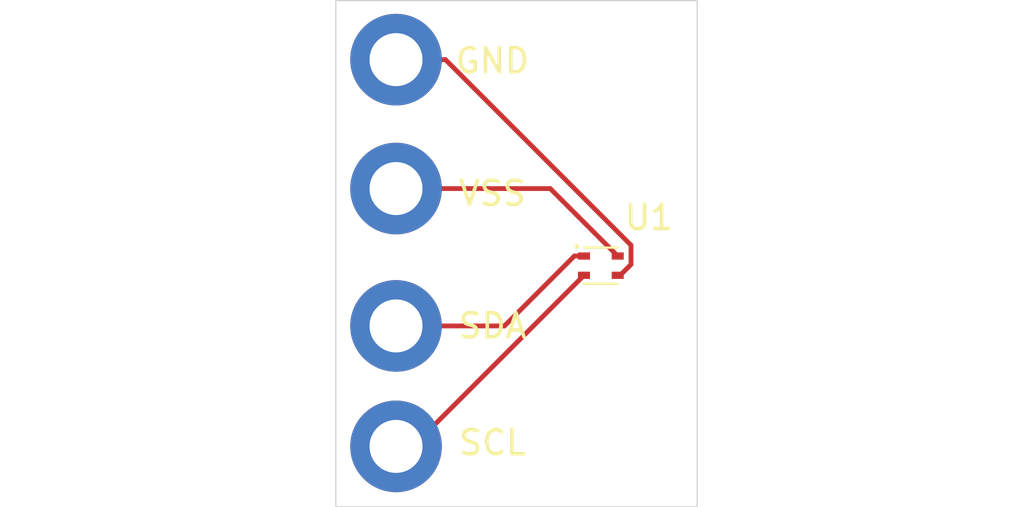
<source format=kicad_pcb>
(kicad_pcb (version 20241229) (generator "pcbnew") (generator_version "9.0")
  (layers (0 "F.Cu" signal) (2 "B.Cu" signal) (13 "F.Paste" user) (15 "B.Paste" user) (5 "F.SilkS" user "F.Silkscreen") (7 "B.SilkS" user "B.Silkscreen") (1 "F.Mask" user) (3 "B.Mask" user) (25 "Edge.Cuts" user))
  (net 0 "")
  (net 1 "Net-(U1-SCL)")
  (net 2 "Net-(U1-SDA)")
  (net 3 "GND")
  (net 4 "+3.3V")
  (footprint "SHT40-AD1B-R3:SHT4X" (layer "F.Cu") (at 131 105)
    (property "Reference" "U1" (at 2 -2 0) (layer "F.SilkS"))
    (property "Value" "SHT40-AD1B-R3")
    (fp_line (start -0.7 -0.75) (end 0.7 -0.75) (stroke (width 0.1)) (layer "F.SilkS"))
    (fp_line (start -0.7 0.75) (end 0.7 0.75) (stroke (width 0.1)) (layer "F.SilkS"))
    (fp_circle (center -1 -0.8) (end -0.95 -0.8) (stroke (width 0.1)) (fill no) (layer "F.SilkS"))
    (pad "1" smd rect (at -0.7 -0.4) (size 0.5 0.3) (layers "F.Cu" "F.Mask" "F.Paste") (net 2 "Net-(U1-SDA)"))
    (pad "2" smd rect (at -0.7 0.4) (size 0.5 0.3) (layers "F.Cu" "F.Mask" "F.Paste") (net 1 "Net-(U1-SCL)"))
    (pad "3" smd rect (at 0.7 0.4) (size 0.5 0.3) (layers "F.Cu" "F.Mask" "F.Paste") (net 3 "GND"))
    (pad "4" smd rect (at 0.7 -0.4) (size 0.5 0.3) (layers "F.Cu" "F.Mask" "F.Paste") (net 4 "+3.3V"))
  )
  (footprint "MountingHole:MountingHole_2.2mm_M2_DIN965_Pad" (layer "F.Cu") (at 122.5 112.5)
    (property "Reference" "SCL" (at 4 -0.15 0) (layer "F.SilkS"))
    (property "Value" "MountingHole_Pad")
    (pad "1" thru_hole circle (at 0 0) (size 3.8 3.8) (drill 2.2) (layers "*.Cu" "*.Mask") (net 1 "Net-(U1-SCL)"))
  )
  (footprint "MountingHole:MountingHole_2.2mm_M2_DIN965_Pad" (layer "F.Cu") (at 122.5 96.45)
    (property "Reference" "GND" (at 4 0.05 0) (layer "F.SilkS"))
    (property "Value" "MountingHole_Pad")
    (pad "1" thru_hole circle (at 0 0) (size 3.8 3.8) (drill 2.2) (layers "*.Cu" "*.Mask") (net 3 "GND"))
  )
  (footprint "MountingHole:MountingHole_2.2mm_M2_DIN965_Pad" (layer "F.Cu") (at 122.5 101.8)
    (property "Reference" "VSS" (at 4 0.2 0) (layer "F.SilkS"))
    (property "Value" "MountingHole_Pad")
    (pad "1" thru_hole circle (at 0 0) (size 3.8 3.8) (drill 2.2) (layers "*.Cu" "*.Mask") (net 4 "+3.3V"))
  )
  (footprint "MountingHole:MountingHole_2.2mm_M2_DIN965_Pad" (layer "F.Cu") (at 122.5 107.5)
    (property "Reference" "SDA" (at 4 0 0) (layer "F.SilkS"))
    (property "Value" "MountingHole_Pad")
    (pad "1" thru_hole circle (at 0 0) (size 3.8 3.8) (drill 2.2) (layers "*.Cu" "*.Mask") (net 2 "Net-(U1-SDA)"))
  )
  (gr_rect (start 120 94) (end 135 115) (stroke (width 0.05)) (fill no) (layer "Edge.Cuts"))
  (segment (start 123.2 112.5) (end 122.5 112.5) (width 0.2) (layer "F.Cu") (net 1))
  (segment (start 130.3 105.4) (end 123.2 112.5) (width 0.2) (layer "F.Cu") (net 1))
  (segment (start 130.3 104.6) (end 129.9 104.6) (width 0.2) (layer "F.Cu") (net 2))
  (segment (start 127 107.5) (end 122.5 107.5) (width 0.2) (layer "F.Cu") (net 2))
  (segment (start 130.3 104.6) (end 130.4 104.6) (width 0.2) (layer "F.Cu") (net 2))
  (segment (start 129.9 104.6) (end 127 107.5) (width 0.2) (layer "F.Cu") (net 2))
  (segment (start 132.251 104.149) (end 124.552 96.45) (width 0.2) (layer "F.Cu") (net 3))
  (segment (start 124.552 96.45) (end 122.5 96.45) (width 0.2) (layer "F.Cu") (net 3))
  (segment (start 132.251 104.949) (end 132.251 104.149) (width 0.2) (layer "F.Cu") (net 3))
  (segment (start 131.8 105.4) (end 132.251 104.949) (width 0.2) (layer "F.Cu") (net 3))
  (segment (start 131.7 105.4) (end 131.8 105.4) (width 0.2) (layer "F.Cu") (net 3))
  (segment (start 131.7 104.6) (end 128.9 101.8) (width 0.2) (layer "F.Cu") (net 4))
  (segment (start 128.9 101.8) (end 122.5 101.8) (width 0.2) (layer "F.Cu") (net 4))
)
</source>
